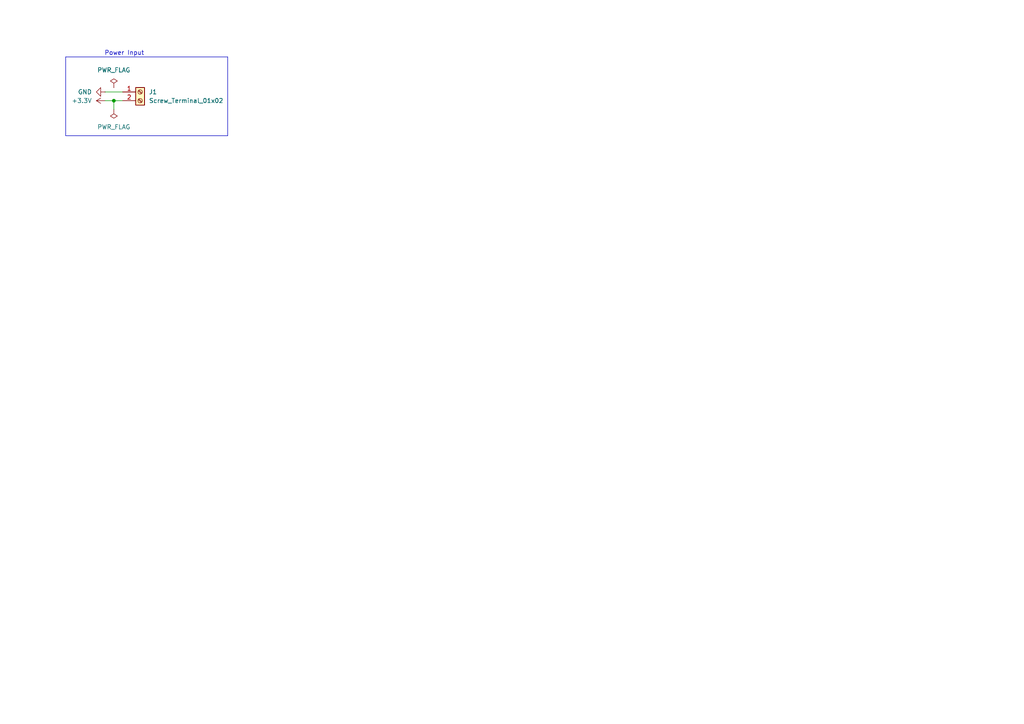
<source format=kicad_sch>
(kicad_sch (version 20250114) (generator "eeschema") (generator_version "9.0")
  (paper "A4")
  (lib_symbols
    (symbol "Connector:Screw_Terminal_01x02" (pin_names (offset 1.016) (hide yes))
      (property "Reference" "J" (at 0 2.54 0))
      (property "Value" "Screw_Terminal_01x02" (at 0 -5.08 0))
      (symbol "Screw_Terminal_01x02_1_1"
        (rectangle (start -1.27 1.27) (end 1.27 -3.81) (stroke (width 0.254)) (fill (type background)))
        (polyline (pts (xy -0.5334 0.3302) (xy 0.3302 -0.508)) (stroke (width 0.1524)))
        (polyline (pts (xy -0.5334 -2.2098) (xy 0.3302 -3.048)) (stroke (width 0.1524)))
        (polyline (pts (xy -0.3556 0.508) (xy 0.508 -0.3302)) (stroke (width 0.1524)))
        (polyline (pts (xy -0.3556 -2.032) (xy 0.508 -2.8702)) (stroke (width 0.1524)))
        (circle (center 0 0) (radius 0.635) (stroke (width 0.1524)))
        (circle (center 0 -2.54) (radius 0.635) (stroke (width 0.1524)))
        (pin passive line (at -5.08 0 0) (length 3.81) (name "Pin_1") (number "1"))
        (pin passive line (at -5.08 -2.54 0) (length 3.81) (name "Pin_2") (number "2"))
      )
    )
    (symbol "power:+3.3V" (power) (pin_numbers (hide yes)) (pin_names (offset 0) (hide yes))
      (property "Value" "+3.3V" (at 0 3.556 0))
      (symbol "+3.3V_0_1"
        (polyline (pts (xy -0.762 1.27) (xy 0 2.54)))
        (polyline (pts (xy 0 2.54) (xy 0.762 1.27)))
        (polyline (pts (xy 0 0) (xy 0 2.54)))
      )
      (symbol "+3.3V_1_1"
        (pin power_in line (at 0 0 90) (length 0) (name "~") (number "1"))
      )
    )
    (symbol "power:GND" (power) (pin_numbers (hide yes)) (pin_names (offset 0) (hide yes))
      (property "Value" "GND" (at 0 -3.81 0))
      (symbol "GND_0_1"
        (polyline (pts (xy 0 0) (xy 0 -1.27) (xy 1.27 -1.27) (xy 0 -2.54) (xy -1.27 -1.27) (xy 0 -1.27)))
      )
      (symbol "GND_1_1"
        (pin power_in line (at 0 0 270) (length 0) (name "~") (number "1"))
      )
    )
    (symbol "power:PWR_FLAG" (power) (pin_numbers (hide yes)) (pin_names (offset 0) (hide yes))
      (property "Value" "PWR_FLAG" (at 0 3.81 0))
      (symbol "PWR_FLAG_0_0"
        (pin power_out line (at 0 0 90) (length 0) (name "~") (number "1"))
      )
      (symbol "PWR_FLAG_0_1"
        (polyline (pts (xy 0 0) (xy 0 1.27) (xy -1.016 1.905) (xy 0 2.54) (xy 1.016 1.905) (xy 0 1.27)))
      )
    )
  )
  (text "Power Input\n" (at 36.068 15.494 0) (effects (font (size 1.27 1.27))))
  (junction (at 33.02 29.21))
  (wire (pts (xy 30.48 26.67) (xy 35.56 26.67)))
  (polyline (pts (xy 66.04 16.51) (xy 66.04 39.37)))
  (wire (pts (xy 33.02 29.21) (xy 35.56 29.21)))
  (polyline (pts (xy 19.05 16.51) (xy 19.05 39.37)))
  (wire (pts (xy 30.48 29.21) (xy 33.02 29.21)))
  (polyline (pts (xy 66.04 39.37) (xy 19.05 39.37)))
  (polyline (pts (xy 19.05 16.51) (xy 66.04 16.51)))
  (wire (pts (xy 33.02 29.21) (xy 33.02 31.75)))
  (symbol (lib_id "power:+3.3V") (at 30.48 29.21 90) (unit 1)
    (property "Reference" "#PWR02" (effects (hide yes)))
    (property "Value" "+3.3V" (at 26.67 29.2099 90) (effects (justify left)))
    (property "Description" "Power symbol creates a global label with name \"+3.3V\"" (effects (hide yes)))
  )
  (symbol (lib_id "power:GND") (at 30.48 26.67 270) (unit 1)
    (property "Reference" "#PWR01" (effects (hide yes)))
    (property "Value" "GND" (at 26.67 26.6699 90) (effects (justify right)))
    (property "Description" "Power symbol creates a global label with name \"GND\" , ground" (effects (hide yes)))
  )
  (symbol (lib_id "power:PWR_FLAG") (at 33.02 25.4 0) (unit 1)
    (property "Reference" "#FLG01" (effects (hide yes)))
    (property "Value" "PWR_FLAG" (at 33.02 20.32 0))
    (property "Description" "Special symbol for telling ERC where power comes from" (effects (hide yes)))
  )
  (symbol (lib_id "power:PWR_FLAG") (at 33.02 31.75 180) (unit 1)
    (property "Reference" "#FLG02" (effects (hide yes)))
    (property "Value" "PWR_FLAG" (at 33.02 36.83 0))
    (property "Description" "Special symbol for telling ERC where power comes from" (effects (hide yes)))
  )
  (symbol (lib_id "Connector:Screw_Terminal_01x02") (at 40.64 26.67 0) (unit 1)
    (property "Reference" "J1" (at 43.18 26.6699 0) (effects (justify left)))
    (property "Value" "Screw_Terminal_01x02" (at 43.18 29.2099 0) (effects (justify left)))
    (property "Description" "Generic screw terminal, single row, 01x02, script generated (kicad-library-utils/schlib/autogen/connector/)" (effects (hide yes)))
  )
)
</source>
